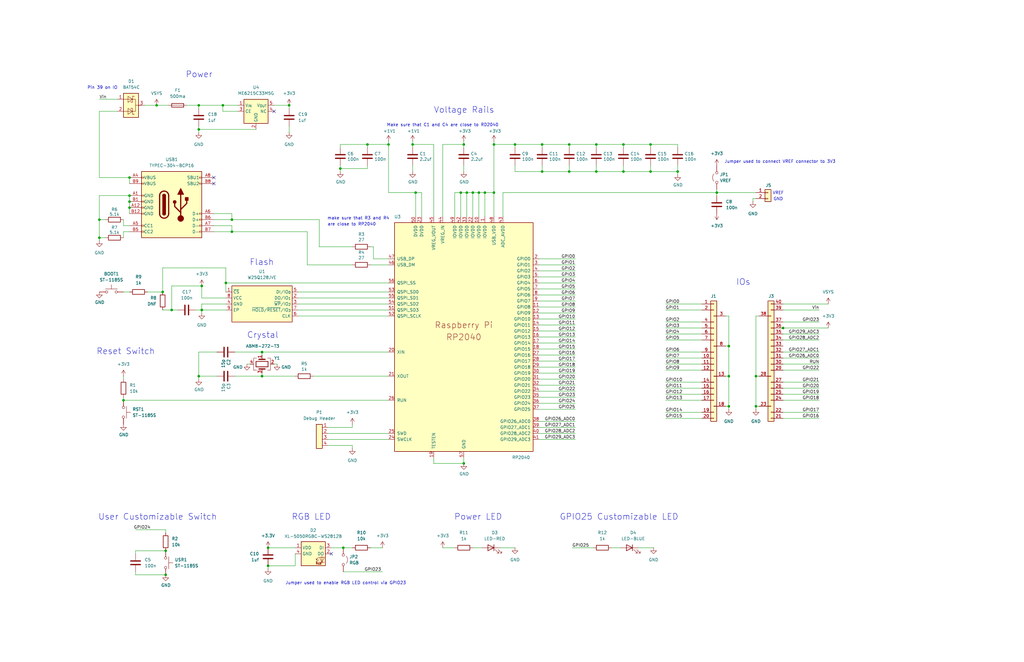
<source format=kicad_sch>
(kicad_sch (version 20250114) (generator "eeschema") (generator_version "9.0")
  (paper "B")
  (title_block (title "YD-RP2040 2022 v1.3 Remake") (date "2024-01-16") (rev "REV0"))
  (lib_symbols
    (symbol "+3V3_1" (power) (pin_numbers (hide yes)) (pin_names (offset 0) (hide yes))
      (property "Value" "+3V3" (at 0 3.556 0))
      (symbol "+3V3_1_1_1"
        (pin power_in line (at 0 0 90) (length 0) (name "~") (number "1"))
      )
    )
    (symbol "+3V3_2" (power) (pin_numbers (hide yes)) (pin_names (offset 0) (hide yes))
      (property "Value" "+3V3" (at 0 3.556 0))
      (symbol "+3V3_2_1_1"
        (pin power_in line (at 0 0 90) (length 0) (name "~") (number "1"))
      )
    )
    (symbol "+3V3_3" (power) (pin_numbers (hide yes)) (pin_names (offset 0) (hide yes))
      (property "Value" "+3V3" (at 0 3.556 0))
      (symbol "+3V3_3_1_1"
        (pin power_in line (at 0 0 90) (length 0) (name "~") (number "1"))
      )
    )
    (symbol "+3V3_4" (power) (pin_numbers (hide yes)) (pin_names (offset 0) (hide yes))
      (property "Value" "+3V3" (at 0 3.556 0))
      (symbol "+3V3_4_1_1"
        (pin power_in line (at 0 0 90) (length 0) (name "~") (number "1"))
      )
    )
    (symbol "+3V3_5" (power) (pin_numbers (hide yes)) (pin_names (offset 0) (hide yes))
      (property "Value" "+3V3" (at 0 3.556 0))
      (symbol "+3V3_5_1_1"
        (pin power_in line (at 0 0 90) (length 0) (name "~") (number "1"))
      )
    )
    (symbol "+3V3_6" (power) (pin_numbers (hide yes)) (pin_names (offset 0) (hide yes))
      (property "Value" "+3V3" (at 0 3.556 0))
      (symbol "+3V3_6_1_1"
        (pin power_in line (at 0 0 90) (length 0) (name "~") (number "1"))
      )
    )
    (symbol "+3V3_7" (power) (pin_numbers (hide yes)) (pin_names (offset 0) (hide yes))
      (property "Value" "+3V3" (at 0 3.556 0))
      (symbol "+3V3_7_1_1"
        (pin power_in line (at 0 0 90) (length 0) (name "~") (number "1"))
      )
    )
    (symbol "+3V3_8" (power) (pin_numbers (hide yes)) (pin_names (offset 0) (hide yes))
      (property "Value" "+3V3" (at 0 3.556 0))
      (symbol "+3V3_8_1_1"
        (pin power_in line (at 0 0 90) (length 0) (name "~") (number "1"))
      )
    )
    (symbol "+3V3_9" (power) (pin_numbers (hide yes)) (pin_names (offset 0) (hide yes))
      (property "Value" "+3V3" (at 0 3.556 0))
      (symbol "+3V3_9_1_1"
        (pin power_in line (at 0 0 90) (length 0) (name "~") (number "1"))
      )
    )
    (symbol "BAT54C_1" (pin_names (offset 1.016))
      (property "Reference" "P1" (at 1.27 7.62 0))
      (property "Value" "Debug Header" (at 1.27 5.08 0))
      (symbol "BAT54C_1_1_1"
        (pin passive line (at 5.08 1.27 180) (length 2.54) (name "~") (number "1"))
        (pin passive line (at 5.08 -1.27 180) (length 2.54) (name "~") (number "2"))
        (pin passive line (at 5.08 -3.81 180) (length 2.54) (name "~") (number "3"))
        (pin passive line (at 5.08 -6.35 180) (length 2.54) (name "~") (number "4"))
      )
    )
    (symbol "Conn_01x20_1" (pin_names (offset 1.016) (hide yes))
      (property "Reference" "J3" (at -1.27 28.194 0))
      (property "Value" "Conn_01x20" (at -5.842 26.162 0))
      (symbol "Conn_01x20_1_1_1"
        (pin passive line (at -5.08 22.86 0) (length 3.81) (name "Pin_20") (number "40"))
        (pin passive line (at -5.08 20.32 0) (length 3.81) (name "Pin_19") (number "39"))
        (pin passive line (at -5.08 15.24 0) (length 3.81) (name "Pin_17") (number "37"))
        (pin passive line (at -5.08 12.7 0) (length 3.81) (name "Pin_16") (number "36"))
        (pin passive line (at -5.08 10.16 0) (length 3.81) (name "Pin_15") (number "35"))
        (pin passive line (at -5.08 7.62 0) (length 3.81) (name "Pin_14") (number "34"))
        (pin passive line (at -5.08 5.08 0) (length 3.81) (name "Pin_13") (number "33"))
        (pin passive line (at -5.08 2.54 0) (length 3.81) (name "Pin_12") (number "32"))
        (pin passive line (at -5.08 0 0) (length 3.81) (name "Pin_11") (number "31"))
        (pin passive line (at -5.08 -2.54 0) (length 3.81) (name "Pin_10") (number "30"))
        (pin passive line (at -5.08 -5.08 0) (length 3.81) (name "Pin_9") (number "29"))
        (pin passive line (at -5.08 -10.16 0) (length 3.81) (name "Pin_7") (number "27"))
        (pin passive line (at -5.08 -12.7 0) (length 3.81) (name "Pin_6") (number "26"))
        (pin passive line (at -5.08 -15.24 0) (length 3.81) (name "Pin_5") (number "25"))
        (pin passive line (at -5.08 -17.78 0) (length 3.81) (name "Pin_4") (number "24"))
        (pin passive line (at -5.08 -22.86 0) (length 3.81) (name "Pin_2") (number "22"))
        (pin passive line (at -5.08 -25.4 0) (length 3.81) (name "Pin_1") (number "21"))
        (pin passive line (at 5.08 17.78 180) (length 3.81) (name "Pin_18") (number "38"))
        (pin passive line (at 5.08 -7.62 180) (length 3.81) (name "Pin_8") (number "28"))
        (pin passive line (at 5.08 -20.32 180) (length 3.81) (name "Pin_3") (number "23"))
      )
    )
    (symbol "Connector:USB_C_Receptacle" (pin_names (offset 1.016))
      (property "Reference" "USB1" (at 0 33.02 0))
      (property "Value" "TYPEC-304-BCP16" (at 0 30.48 0))
      (symbol "USB_C_Receptacle_1_1"
        (pin passive line (at -17.78 25.4 0) (length 5.08) (name "VBUS") (number "A4"))
        (pin passive line (at -17.78 25.4 0) (length 5.08) (hide yes) (name "VBUS") (number "A9"))
        (pin passive line (at -17.78 25.4 0) (length 5.08) (hide yes) (name "VBUS") (number "B4"))
        (pin passive line (at -17.78 25.4 0) (length 5.08) (hide yes) (name "VBUS") (number "B9"))
        (pin passive line (at -17.78 22.86 0) (length 5.08) (hide yes) (name "VBUS") (number "A9"))
        (pin passive line (at -17.78 22.86 0) (length 5.08) (hide yes) (name "VBUS") (number "B4"))
        (pin passive line (at -17.78 22.86 0) (length 5.08) (name "VBUS") (number "B9"))
        (pin passive line (at -17.78 22.86 0) (length 5.08) (hide yes) (name "VBUS") (number "B9"))
        (pin passive line (at -17.78 17.78 0) (length 5.08) (name "GND") (number "A1"))
        (pin passive line (at -17.78 17.78 0) (length 5.08) (hide yes) (name "VBUS") (number "A9"))
        (pin passive line (at -17.78 17.78 0) (length 5.08) (hide yes) (name "VBUS") (number "B4"))
        (pin passive line (at -17.78 17.78 0) (length 5.08) (hide yes) (name "VBUS") (number "B9"))
        (pin passive line (at -17.78 15.24 0) (length 5.08) (name "GND") (number "B1"))
        (pin passive line (at -17.78 15.24 0) (length 5.08) (hide yes) (name "VBUS") (number "B1"))
        (pin passive line (at -17.78 15.24 0) (length 5.08) (hide yes) (name "VBUS") (number "B4"))
        (pin passive line (at -17.78 15.24 0) (length 5.08) (hide yes) (name "VBUS") (number "B9"))
        (pin passive line (at -17.78 12.7 0) (length 5.08) (name "GND") (number "A12"))
        (pin passive line (at -17.78 12.7 0) (length 5.08) (hide yes) (name "VBUS") (number "A9"))
        (pin passive line (at -17.78 12.7 0) (length 5.08) (hide yes) (name "VBUS") (number "B4"))
        (pin passive line (at -17.78 12.7 0) (length 5.08) (hide yes) (name "VBUS") (number "B9"))
        (pin passive line (at -17.78 10.16 0) (length 5.08) (hide yes) (name "VBUS") (number "B1"))
        (pin passive line (at -17.78 10.16 0) (length 5.08) (name "GND") (number "B12"))
        (pin passive line (at -17.78 10.16 0) (length 5.08) (hide yes) (name "VBUS") (number "B4"))
        (pin passive line (at -17.78 10.16 0) (length 5.08) (hide yes) (name "VBUS") (number "B9"))
        (pin bidirectional line (at -17.78 5.08 0) (length 5.08) (name "CC1") (number "A5"))
        (pin bidirectional line (at -17.78 2.54 0) (length 5.08) (name "CC2") (number "B5"))
        (pin bidirectional line (at 17.78 25.4 180) (length 5.08) (name "SBU1") (number "A8"))
        (pin bidirectional line (at 17.78 22.86 180) (length 5.08) (name "SBU2") (number "B8"))
        (pin bidirectional line (at 17.78 10.16 180) (length 5.08) (name "D+") (number "A6"))
        (pin bidirectional line (at 17.78 7.62 180) (length 5.08) (name "D+") (number "B6"))
        (pin bidirectional line (at 17.78 5.08 180) (length 5.08) (name "D-") (number "A7"))
        (pin bidirectional line (at 17.78 2.54 180) (length 5.08) (name "D-") (number "B7"))
      )
    )
    (symbol "Connector_Generic:Conn_01x02" (pin_names (offset 1.016) (hide yes))
      (property "Reference" "J5" (at -1.016 3.048 0))
      (symbol "Conn_01x02_1_1"
        (pin passive line (at -5.08 0 0) (length 3.81) (name "Pin_1") (number "1"))
        (pin passive line (at -5.08 -2.54 0) (length 3.81) (name "Pin_2") (number "2"))
      )
    )
    (symbol "Connector_Generic:Conn_01x20" (pin_names (offset 1.016) (hide yes))
      (property "Reference" "J1" (at -1.27 28.194 0))
      (property "Value" "Conn_01x20" (at -5.842 26.162 0))
      (symbol "Conn_01x20_1_1"
        (pin passive line (at -5.08 22.86 0) (length 3.81) (name "Pin_1") (number "1"))
        (pin passive line (at -5.08 20.32 0) (length 3.81) (name "Pin_2") (number "2"))
        (pin passive line (at -5.08 15.24 0) (length 3.81) (name "Pin_4") (number "4"))
        (pin passive line (at -5.08 12.7 0) (length 3.81) (name "Pin_5") (number "5"))
        (pin passive line (at -5.08 10.16 0) (length 3.81) (name "Pin_6") (number "6"))
        (pin passive line (at -5.08 7.62 0) (length 3.81) (name "Pin_7") (number "7"))
        (pin passive line (at -5.08 2.54 0) (length 3.81) (name "Pin_9") (number "9"))
        (pin passive line (at -5.08 0 0) (length 3.81) (name "Pin_10") (number "10"))
        (pin passive line (at -5.08 -2.54 0) (length 3.81) (name "Pin_11") (number "11"))
        (pin passive line (at -5.08 -5.08 0) (length 3.81) (name "Pin_12") (number "12"))
        (pin passive line (at -5.08 -10.16 0) (length 3.81) (name "Pin_14") (number "14"))
        (pin passive line (at -5.08 -12.7 0) (length 3.81) (name "Pin_15") (number "15"))
        (pin passive line (at -5.08 -15.24 0) (length 3.81) (name "Pin_16") (number "16"))
        (pin passive line (at -5.08 -17.78 0) (length 3.81) (name "Pin_17") (number "17"))
        (pin passive line (at -5.08 -22.86 0) (length 3.81) (name "Pin_19") (number "19"))
        (pin passive line (at -5.08 -25.4 0) (length 3.81) (name "Pin_20") (number "20"))
        (pin passive line (at 5.08 17.78 180) (length 3.81) (name "Pin_3") (number "3"))
        (pin passive line (at 5.08 5.08 180) (length 3.81) (name "Pin_8") (number "8"))
        (pin passive line (at 5.08 -7.62 180) (length 3.81) (name "Pin_13") (number "13"))
        (pin passive line (at 5.08 -20.32 180) (length 3.81) (name "Pin_18") (number "18"))
      )
    )
    (symbol "Device:C" (pin_numbers (hide yes)) (pin_names (offset 0.254))
      (property "Reference" "C" (at 0.635 2.54 0))
      (property "Value" "C" (at 0.635 -2.54 0))
      (symbol "C_1_1"
        (pin passive line (at 0 3.81 270) (length 2.794) (name "~") (number "1"))
        (pin passive line (at 0 -3.81 90) (length 2.794) (name "~") (number "2"))
      )
    )
    (symbol "Device:Crystal_GND24" (pin_names (offset 1.016) (hide yes))
      (property "Reference" "Y" (at 3.175 5.08 0))
      (property "Value" "Crystal_GND24" (at 3.175 3.175 0))
      (symbol "Crystal_GND24_1_1"
        (pin passive line (at -3.81 0 0) (length 1.27) (name "1") (number "1"))
        (pin passive line (at 0 5.08 270) (length 1.27) (name "2") (number "2"))
        (pin passive line (at 0 -5.08 90) (length 1.27) (name "4") (number "4"))
        (pin passive line (at 3.81 0 180) (length 1.27) (name "3") (number "3"))
      )
    )
    (symbol "Device:Fuse" (pin_numbers (hide yes)) (pin_names (offset 0))
      (property "Reference" "F" (at 2.032 0 90))
      (property "Value" "Fuse" (at -1.905 0 90))
      (symbol "Fuse_1_1"
        (pin passive line (at 0 3.81 270) (length 1.27) (name "~") (number "1"))
        (pin passive line (at 0 -3.81 90) (length 1.27) (name "~") (number "2"))
      )
    )
    (symbol "Device:LED" (pin_numbers (hide yes)) (pin_names (offset 1.016) (hide yes))
      (property "Reference" "D" (at 0 2.54 0))
      (property "Value" "LED" (at 0 -2.54 0))
      (symbol "LED_1_1"
        (pin passive line (at -3.81 0 0) (length 2.54) (name "K") (number "1"))
        (pin passive line (at 3.81 0 180) (length 2.54) (name "A") (number "2"))
      )
    )
    (symbol "Device:R" (pin_numbers (hide yes)) (pin_names (offset 0))
      (property "Reference" "R" (at 2.032 0 90))
      (property "Value" "R" (at 0 0 90))
      (symbol "R_1_1"
        (pin passive line (at 0 3.81 270) (length 1.27) (name "~") (number "1"))
        (pin passive line (at 0 -3.81 90) (length 1.27) (name "~") (number "2"))
      )
    )
    (symbol "Diode:BAT54C" (pin_names (offset 1.016))
      (property "Reference" "D1" (at -0.508 7.62 0))
      (property "Value" "BAT54C" (at -0.508 5.08 0))
      (symbol "BAT54C_1_1"
        (pin passive line (at -6.35 0 0) (length 2.54) (name "~") (number "1"))
        (pin passive line (at -6.35 -5.08 0) (length 2.54) (name "~") (number "2"))
        (pin passive line (at 5.08 -2.54 180) (length 2.54) (name "~") (number "3"))
      )
    )
    (symbol "GND_1" (power) (pin_numbers (hide yes)) (pin_names (offset 0) (hide yes))
      (property "Value" "GND" (at 0 -3.81 0))
      (symbol "GND_1_1_1"
        (pin power_in line (at 0 0 270) (length 0) (name "~") (number "1"))
      )
    )
    (symbol "GND_2" (power) (pin_numbers (hide yes)) (pin_names (offset 0) (hide yes))
      (property "Value" "GND" (at 0 -3.81 0))
      (symbol "GND_2_1_1"
        (pin power_in line (at 0 0 270) (length 0) (name "~") (number "1"))
      )
    )
    (symbol "GND_3" (power) (pin_numbers (hide yes)) (pin_names (offset 0) (hide yes))
      (property "Value" "GND" (at 0 -3.81 0))
      (symbol "GND_3_1_1"
        (pin power_in line (at 0 0 270) (length 0) (name "~") (number "1"))
      )
    )
    (symbol "GND_4" (power) (pin_numbers (hide yes)) (pin_names (offset 0) (hide yes))
      (property "Value" "GND" (at 0 -3.81 0))
      (symbol "GND_4_1_1"
        (pin power_in line (at 0 0 270) (length 0) (name "~") (number "1"))
      )
    )
    (symbol "GND_5" (power) (pin_numbers (hide yes)) (pin_names (offset 0) (hide yes))
      (property "Value" "GND" (at 0 -3.81 0))
      (symbol "GND_5_1_1"
        (pin power_in line (at 0 0 270) (length 0) (name "~") (number "1"))
      )
    )
    (symbol "GND_6" (power) (pin_numbers (hide yes)) (pin_names (offset 0) (hide yes))
      (property "Value" "GND" (at 0 -3.81 0))
      (symbol "GND_6_1_1"
        (pin power_in line (at 0 0 270) (length 0) (name "~") (number "1"))
      )
    )
    (symbol "GND_7" (power) (pin_numbers (hide yes)) (pin_names (offset 0) (hide yes))
      (property "Value" "GND" (at 0 -3.81 0))
      (symbol "GND_7_1_1"
        (pin power_in line (at 0 0 270) (length 0) (name "~") (number "1"))
      )
    )
    (symbol "GND_8" (power) (pin_numbers (hide yes)) (pin_names (offset 0) (hide yes))
      (property "Value" "GND" (at 0 -3.81 0))
      (symbol "GND_8_1_1"
        (pin power_in line (at 0 0 270) (length 0) (name "~") (number "1"))
      )
    )
    (symbol "GND_9" (power) (pin_numbers (hide yes)) (pin_names (offset 0) (hide yes))
      (property "Value" "GND" (at 0 -3.81 0))
      (symbol "GND_9_1_1"
        (pin power_in line (at 0 0 270) (length 0) (name "~") (number "1"))
      )
    )
    (symbol "Jumper:Jumper_2_Open" (pin_numbers (hide yes)) (pin_names (offset 0) (hide yes))
      (property "Reference" "JP" (at 0 2.794 0))
      (property "Value" "Jumper_2_Open" (at 0 -2.286 0))
      (symbol "Jumper_2_Open_1_1"
        (pin passive line (at -5.08 0 0) (length 2.54) (name "A") (number "1"))
        (pin passive line (at 5.08 0 180) (length 2.54) (name "B") (number "2"))
      )
    )
    (symbol "LED:APA-106-F5"
      (property "Reference" "D2" (at 0 9.144 0))
      (property "Value" "XL-5050RGBC-WS2812B" (at 0 6.604 0))
      (symbol "APA-106-F5_0_0"
        (text "RGB" (at 2.286 -4.191 0) (effects (font (size 0.762 0.762))))
      )
      (symbol "APA-106-F5_1_1"
        (pin power_in line (at -7.62 2.54 0) (length 2.54) (name "VDD") (number "1"))
        (pin power_in line (at -7.62 0 0) (length 2.54) (name "GND") (number "4"))
        (pin input line (at 7.62 2.54 180) (length 2.54) (name "DI") (number "3"))
        (pin output line (at 7.62 0 180) (length 2.54) (name "DO") (number "2"))
      )
    )
    (symbol "MCU_RaspberryPi_RP2040:RP2040" (pin_names (offset 1.016))
      (property "Reference" "U3" (at -27.94 49.53 0))
      (property "Value" "RP2040" (at 24.13 -50.8 0))
      (symbol "RP2040_0_0"
        (text "Raspberry Pi" (at 0 5.08 0) (effects (font (size 2.54 2.54))))
        (text "RP2040" (at 0 0 0) (effects (font (size 2.54 2.54))))
      )
      (symbol "RP2040_1_1"
        (pin bidirectional line (at -31.75 33.02 0) (length 2.54) (name "USB_DP") (number "47"))
        (pin bidirectional line (at -31.75 30.48 0) (length 2.54) (name "USB_DM") (number "46"))
        (pin bidirectional line (at -31.75 22.86 0) (length 2.54) (name "QSPI_SS") (number "56"))
        (pin bidirectional line (at -31.75 19.05 0) (length 2.54) (name "QSPI_SD0") (number "53"))
        (pin bidirectional line (at -31.75 16.51 0) (length 2.54) (name "QSPI_SD1") (number "55"))
        (pin bidirectional line (at -31.75 13.97 0) (length 2.54) (name "QSPI_SD2") (number "54"))
        (pin bidirectional line (at -31.75 11.43 0) (length 2.54) (name "QSPI_SD3") (number "51"))
        (pin output line (at -31.75 8.89 0) (length 2.54) (name "QSPI_SCLK") (number "52"))
        (pin input line (at -31.75 -6.35 0) (length 2.54) (name "XIN") (number "20"))
        (pin passive line (at -31.75 -16.51 0) (length 2.54) (name "XOUT") (number "21"))
        (pin input line (at -31.75 -26.67 0) (length 2.54) (name "RUN") (number "26"))
        (pin bidirectional line (at -31.75 -40.64 0) (length 2.54) (name "SWD") (number "25"))
        (pin output line (at -31.75 -43.18 0) (length 2.54) (name "SWCLK") (number "24"))
        (pin power_in line (at -20.32 50.8 270) (length 2.54) (name "DVDD") (number "50"))
        (pin power_in line (at -17.78 50.8 270) (length 2.54) (name "DVDD") (number "23"))
        (pin power_out line (at -12.7 50.8 270) (length 2.54) (name "VREG_VOUT") (number "45"))
        (pin passive line (at -12.7 -50.8 90) (length 2.54) (name "TESTEN") (number "19"))
        (pin power_in line (at -8.89 50.8 270) (length 2.54) (name "VREG_IN") (number "44"))
        (pin power_in line (at -3.81 50.8 270) (length 2.54) (name "IOVDD") (number "49"))
        (pin power_in line (at -1.27 50.8 270) (length 2.54) (name "IOVDD") (number "42"))
        (pin power_in line (at 0 -50.8 90) (length 2.54) (name "GND") (number "57"))
        (pin power_in line (at 1.27 50.8 270) (length 2.54) (name "IOVDD") (number "33"))
        (pin power_in line (at 3.81 50.8 270) (length 2.54) (name "IOVDD") (number "22"))
        (pin power_in line (at 6.35 50.8 270) (length 2.54) (name "IOVDD") (number "10"))
        (pin power_in line (at 8.89 50.8 270) (length 2.54) (name "IOVDD") (number "1"))
        (pin power_in line (at 12.7 50.8 270) (length 2.54) (name "USB_VDD") (number "48"))
        (pin power_in line (at 16.51 50.8 270) (length 2.54) (name "ADC_AVDD") (number "43"))
        (pin bidirectional line (at 31.75 33.02 180) (length 2.54) (name "GPIO0") (number "2"))
        (pin bidirectional line (at 31.75 30.48 180) (length 2.54) (name "GPIO1") (number "3"))
        (pin bidirectional line (at 31.75 27.94 180) (length 2.54) (name "GPIO2") (number "4"))
        (pin bidirectional line (at 31.75 25.4 180) (length 2.54) (name "GPIO3") (number "5"))
        (pin bidirectional line (at 31.75 22.86 180) (length 2.54) (name "GPIO4") (number "6"))
        (pin bidirectional line (at 31.75 20.32 180) (length 2.54) (name "GPIO5") (number "7"))
        (pin bidirectional line (at 31.75 17.78 180) (length 2.54) (name "GPIO6") (number "8"))
        (pin bidirectional line (at 31.75 15.24 180) (length 2.54) (name "GPIO7") (number "9"))
        (pin bidirectional line (at 31.75 12.7 180) (length 2.54) (name "GPIO8") (number "11"))
        (pin bidirectional line (at 31.75 10.16 180) (length 2.54) (name "GPIO9") (number "12"))
        (pin bidirectional line (at 31.75 7.62 180) (length 2.54) (name "GPIO10") (number "13"))
        (pin bidirectional line (at 31.75 5.08 180) (length 2.54) (name "GPIO11") (number "14"))
        (pin bidirectional line (at 31.75 2.54 180) (length 2.54) (name "GPIO12") (number "15"))
        (pin bidirectional line (at 31.75 0 180) (length 2.54) (name "GPIO13") (number "16"))
        (pin bidirectional line (at 31.75 -2.54 180) (length 2.54) (name "GPIO14") (number "17"))
        (pin bidirectional line (at 31.75 -5.08 180) (length 2.54) (name "GPIO15") (number "18"))
        (pin bidirectional line (at 31.75 -7.62 180) (length 2.54) (name "GPIO16") (number "27"))
        (pin bidirectional line (at 31.75 -10.16 180) (length 2.54) (name "GPIO17") (number "28"))
        (pin bidirectional line (at 31.75 -12.7 180) (length 2.54) (name "GPIO18") (number "29"))
        (pin bidirectional line (at 31.75 -15.24 180) (length 2.54) (name "GPIO19") (number "30"))
        (pin bidirectional line (at 31.75 -17.78 180) (length 2.54) (name "GPIO20") (number "31"))
        (pin bidirectional line (at 31.75 -20.32 180) (length 2.54) (name "GPIO21") (number "32"))
        (pin bidirectional line (at 31.75 -22.86 180) (length 2.54) (name "GPIO22") (number "34"))
        (pin bidirectional line (at 31.75 -25.4 180) (length 2.54) (name "GPIO23") (number "35"))
        (pin bidirectional line (at 31.75 -27.94 180) (length 2.54) (name "GPIO24") (number "36"))
        (pin bidirectional line (at 31.75 -30.48 180) (length 2.54) (name "GPIO25") (number "37"))
        (pin bidirectional line (at 31.75 -35.56 180) (length 2.54) (name "GPIO26_ADC0") (number "38"))
        (pin bidirectional line (at 31.75 -38.1 180) (length 2.54) (name "GPIO27_ADC1") (number "39"))
        (pin bidirectional line (at 31.75 -40.64 180) (length 2.54) (name "GPIO28_ADC2") (number "40"))
        (pin bidirectional line (at 31.75 -43.18 180) (length 2.54) (name "GPIO29_ADC3") (number "41"))
      )
    )
    (symbol "Memory_Flash:W25Q32JVZP"
      (property "Reference" "U1" (at 0 15.24 0))
      (property "Value" "W25Q128JVE" (at 0 12.7 0))
      (symbol "W25Q32JVZP_1_1"
        (pin bidirectional line (at -15.24 7.62 0) (length 2.54) (name "DI/IO_{0}") (number "5"))
        (pin bidirectional line (at -15.24 5.08 0) (length 2.54) (name "DO/IO_{1}") (number "2"))
        (pin bidirectional line (at -15.24 2.54 0) (length 2.54) (name "~{WP}/IO_{2}") (number "3"))
        (pin bidirectional line (at -15.24 0 0) (length 2.54) (name "~{HOLD}/~{RESET}/IO_{3}") (number "7"))
        (pin input line (at -15.24 -2.54 0) (length 2.54) (name "CLK") (number "6"))
        (pin input line (at 15.24 7.62 180) (length 2.54) (name "~{CS}") (number "1"))
        (pin power_in line (at 15.24 5.08 180) (length 2.54) (name "VCC") (number "8"))
        (pin power_in line (at 15.24 2.54 180) (length 2.54) (name "GND") (number "4"))
        (pin passive line (at 15.24 0 180) (length 2.54) (name "EP") (number "9"))
      )
    )
    (symbol "Regulator_Linear:ME6211C33M5"
      (property "Reference" "U4" (at 0 10.16 0))
      (property "Value" "ME6215C33M5G" (at 0 7.62 0))
      (symbol "ME6211C33M5_1_1"
        (pin power_in line (at -7.62 2.54 0) (length 2.54) (name "V_{IN}") (number "1"))
        (pin power_in line (at -7.62 0 0) (length 2.54) (name "CE") (number "3"))
        (pin passive line (at 0 -7.62 90) (length 2.54) (name "GND") (number "2"))
        (pin no_connect line (at 5.08 0 180) (length 2.54) (hide yes) (name "NC") (number "4"))
        (pin power_out line (at 7.62 2.54 180) (length 2.54) (name "V_{OUT}") (number "5"))
        (pin unspecified line (at 7.62 0 180) (length 2.54) (name "NC") (number "4"))
      )
    )
    (symbol "Switch:SW_Push" (pin_numbers (hide yes)) (pin_names (offset 1.016) (hide yes))
      (property "Reference" "SW" (at 1.27 2.54 0))
      (property "Value" "SW_Push" (at 0 -1.524 0))
      (symbol "SW_Push_0_1"
        (pin passive line (at -5.08 0 0) (length 2.54) (name "1") (number "1"))
        (pin passive line (at 5.08 0 180) (length 2.54) (name "2") (number "2"))
      )
    )
    (symbol "VBUS_1" (power) (pin_numbers (hide yes)) (pin_names (offset 0) (hide yes))
      (property "Value" "VBUS" (at 0 3.556 0))
      (symbol "VBUS_1_1_1"
        (pin power_in line (at 0 0 90) (length 0) (name "~") (number "1"))
      )
    )
    (symbol "power:+1V1" (power) (pin_names (offset 0))
      (property "Value" "+1V1" (at 0 3.556 0))
      (symbol "+1V1_1_1"
        (pin power_in line (at 0 0 90) (length 0) (hide yes) (name "+1V1") (number "1"))
      )
    )
    (symbol "power:+3.3V" (power) (pin_numbers (hide yes)) (pin_names (offset 0) (hide yes))
      (property "Value" "+3.3V" (at 0 3.556 0))
      (symbol "+3.3V_1_1"
        (pin power_in line (at 0 0 90) (length 0) (name "~") (number "1"))
      )
    )
    (symbol "power:+3V3" (power) (pin_names (offset 0))
      (property "Value" "+3V3" (at 0 3.556 0))
      (symbol "+3V3_1_1"
        (pin power_in line (at 0 0 90) (length 0) (hide yes) (name "+3V3") (number "1"))
      )
    )
    (symbol "power:GND" (power) (pin_names (offset 0))
      (property "Value" "GND" (at 0 -3.81 0))
      (symbol "GND_1_1"
        (pin power_in line (at 0 0 270) (length 0) (hide yes) (name "GND") (number "1"))
      )
    )
  )
  (text "User Customizable Switch" (at 41.402 219.71 0) (effects (font (size 2.54 2.54)) (justify left bottom)))
  (text "IOs" (at 310.388 120.65 0) (effects (font (size 2.54 2.54)) (justify left bottom)))
  (text "Power" (at 78.232 33.02 0) (effects (font (size 2.54 2.54)) (justify left bottom)))
  (text "Crystal" (at 104.14 143.002 0) (effects (font (size 2.54 2.54)) (justify left bottom)))
  (text "Jumper used to enable RGB LED control via GPIO23" (at 145.796 246.126 0) (effects (font (size 1.27 1.27))))
  (text "RGB LED" (at 122.936 219.71 0) (effects (font (size 2.54 2.54)) (justify left bottom)))
  (text "GND" (at 328.168 84.074 0) (effects (font (size 1.27 1.27))))
  (text "Pin 39 on IO" (at 43.18 37.084 0) (effects (font (size 1.27 1.27))))
  (text "VREF" (at 328.168 81.534 0) (effects (font (size 1.27 1.27))))
  (text "Jumper used to connect VREF connector to 3V3" (at 328.93 68.326 0) (effects (font (size 1.27 1.27))))
  (text "are close to RP2040\n" (at 148.336 94.742 0) (effects (font (size 1.27 1.27))))
  (text "Voltage Rails" (at 182.88 48.006 0) (effects (font (size 2.54 2.54)) (justify left bottom)))
  (text "make sure that R3 and R4" (at 151.13 92.202 0) (effects (font (size 1.27 1.27))))
  (text "GPIO25 Customizable LED" (at 235.966 219.71 0) (effects (font (size 2.54 2.54)) (justify left bottom)))
  (text "Power LED" (at 191.516 219.71 0) (effects (font (size 2.54 2.54)) (justify left bottom)))
  (text "Reset Switch" (at 40.64 149.86 0) (effects (font (size 2.54 2.54)) (justify left bottom)))
  (text "Make sure that C1 and C4 are close to RD2040" (at 186.69 52.832 0) (effects (font (size 1.27 1.27))))
  (text "Flash" (at 115.57 112.268 0) (effects (font (size 2.54 2.54)) (justify right bottom)))
  (junction (at 66.04 44.45))
  (junction (at 72.39 130.81))
  (junction (at 85.09 120.65))
  (junction (at 318.77 171.45))
  (junction (at 154.94 60.96))
  (junction (at 307.34 171.45))
  (junction (at 83.82 158.75))
  (junction (at 217.17 60.96))
  (junction (at 240.03 72.39))
  (junction (at 208.28 81.28))
  (junction (at 251.46 60.96))
  (junction (at 69.85 232.41))
  (junction (at 173.99 60.96))
  (junction (at 110.49 148.59))
  (junction (at 95.25 119.38))
  (junction (at 240.03 60.96))
  (junction (at 201.93 81.28))
  (junction (at 143.51 71.12))
  (junction (at 113.03 238.76))
  (junction (at 175.26 81.28))
  (junction (at 274.32 60.96))
  (junction (at 121.92 44.45))
  (junction (at 68.58 123.19))
  (junction (at 113.03 231.14))
  (junction (at 285.75 72.39))
  (junction (at 110.49 158.75))
  (junction (at 307.34 146.05))
  (junction (at 69.85 242.57))
  (junction (at 251.46 72.39))
  (junction (at 85.09 130.81))
  (junction (at 195.58 60.96))
  (junction (at 54.61 74.93))
  (junction (at 41.91 100.33))
  (junction (at 307.34 158.75))
  (junction (at 144.78 231.14))
  (junction (at 41.91 92.71))
  (junction (at 204.47 81.28))
  (junction (at 196.85 81.28))
  (junction (at 97.79 97.79))
  (junction (at 163.83 60.96))
  (junction (at 54.61 85.09))
  (junction (at 228.6 72.39))
  (junction (at 262.89 72.39))
  (junction (at 54.61 87.63))
  (junction (at 199.39 81.28))
  (junction (at 93.98 44.45))
  (junction (at 194.31 81.28))
  (junction (at 52.07 168.91))
  (junction (at 83.82 44.45))
  (junction (at 195.58 195.58))
  (junction (at 208.28 60.96))
  (junction (at 97.79 92.71))
  (junction (at 302.26 81.28))
  (junction (at 54.61 82.55))
  (junction (at 330.2 138.43))
  (junction (at 83.82 54.61))
  (junction (at 262.89 60.96))
  (junction (at 274.32 72.39))
  (junction (at 318.77 158.75))
  (junction (at 228.6 60.96))
  (no_connect (at 139.7 233.68))
  (no_connect (at 115.57 46.99))
  (no_connect (at 90.17 77.47))
  (no_connect (at 90.17 74.93))
  (wire (pts (xy 330.2 140.97) (xy 345.44 140.97)))
  (wire (pts (xy 227.33 134.62) (xy 242.57 134.62)))
  (wire (pts (xy 295.91 151.13) (xy 280.67 151.13)))
  (wire (pts (xy 210.82 231.14) (xy 217.17 231.14)))
  (wire (pts (xy 143.51 71.12) (xy 154.94 71.12)))
  (wire (pts (xy 157.48 104.14) (xy 157.48 109.22)))
  (wire (pts (xy 330.2 166.37) (xy 345.44 166.37)))
  (wire (pts (xy 97.79 97.79) (xy 129.54 97.79)))
  (wire (pts (xy 52.07 97.79) (xy 54.61 97.79)))
  (wire (pts (xy 82.55 130.81) (xy 85.09 130.81)))
  (wire (pts (xy 295.91 140.97) (xy 280.67 140.97)))
  (wire (pts (xy 240.03 60.96) (xy 251.46 60.96)))
  (wire (pts (xy 307.34 133.35) (xy 307.34 146.05)))
  (wire (pts (xy 121.92 44.45) (xy 121.92 45.72)))
  (wire (pts (xy 204.47 81.28) (xy 208.28 81.28)))
  (wire (pts (xy 41.91 92.71) (xy 44.45 92.71)))
  (wire (pts (xy 195.58 59.69) (xy 195.58 60.96)))
  (wire (pts (xy 318.77 83.82) (xy 317.5 83.82)))
  (wire (pts (xy 240.03 62.23) (xy 240.03 60.96)))
  (wire (pts (xy 52.07 95.25) (xy 54.61 95.25)))
  (wire (pts (xy 129.54 97.79) (xy 129.54 111.76)))
  (wire (pts (xy 163.83 59.69) (xy 163.83 60.96)))
  (wire (pts (xy 144.78 231.14) (xy 148.59 231.14)))
  (wire (pts (xy 227.33 147.32) (xy 242.57 147.32)))
  (wire (pts (xy 295.91 163.83) (xy 280.67 163.83)))
  (wire (pts (xy 295.91 135.89) (xy 280.67 135.89)))
  (wire (pts (xy 113.03 240.03) (xy 113.03 238.76)))
  (wire (pts (xy 227.33 172.72) (xy 242.57 172.72)))
  (wire (pts (xy 307.34 146.05) (xy 307.34 158.75)))
  (wire (pts (xy 191.77 81.28) (xy 194.31 81.28)))
  (wire (pts (xy 227.33 167.64) (xy 242.57 167.64)))
  (wire (pts (xy 57.15 242.57) (xy 57.15 241.3)))
  (wire (pts (xy 163.83 111.76) (xy 156.21 111.76)))
  (wire (pts (xy 195.58 60.96) (xy 186.69 60.96)))
  (wire (pts (xy 191.77 81.28) (xy 191.77 91.44)))
  (wire (pts (xy 227.33 109.22) (xy 242.57 109.22)))
  (wire (pts (xy 295.91 143.51) (xy 280.67 143.51)))
  (wire (pts (xy 302.26 80.01) (xy 302.26 81.28)))
  (wire (pts (xy 85.09 120.65) (xy 85.09 125.73)))
  (wire (pts (xy 241.3 231.14) (xy 250.19 231.14)))
  (wire (pts (xy 318.77 172.72) (xy 318.77 171.45)))
  (wire (pts (xy 182.88 60.96) (xy 182.88 91.44)))
  (wire (pts (xy 134.62 92.71) (xy 134.62 104.14)))
  (wire (pts (xy 240.03 69.85) (xy 240.03 72.39)))
  (wire (pts (xy 186.69 231.14) (xy 191.77 231.14)))
  (wire (pts (xy 227.33 114.3) (xy 242.57 114.3)))
  (wire (pts (xy 175.26 81.28) (xy 175.26 91.44)))
  (wire (pts (xy 320.04 158.75) (xy 318.77 158.75)))
  (wire (pts (xy 173.99 60.96) (xy 182.88 60.96)))
  (wire (pts (xy 85.09 132.08) (xy 85.09 130.81)))
  (wire (pts (xy 124.46 233.68) (xy 124.46 238.76)))
  (wire (pts (xy 104.14 153.67) (xy 105.41 153.67)))
  (wire (pts (xy 41.91 92.71) (xy 41.91 100.33)))
  (wire (pts (xy 143.51 60.96) (xy 154.94 60.96)))
  (wire (pts (xy 227.33 182.88) (xy 242.57 182.88)))
  (wire (pts (xy 295.91 166.37) (xy 280.67 166.37)))
  (wire (pts (xy 143.51 69.85) (xy 143.51 71.12)))
  (wire (pts (xy 306.07 171.45) (xy 307.34 171.45)))
  (wire (pts (xy 93.98 44.45) (xy 100.33 44.45)))
  (wire (pts (xy 115.57 153.67) (xy 116.84 153.67)))
  (wire (pts (xy 72.39 130.81) (xy 68.58 130.81)))
  (wire (pts (xy 295.91 168.91) (xy 280.67 168.91)))
  (wire (pts (xy 125.73 130.81) (xy 163.83 130.81)))
  (wire (pts (xy 295.91 161.29) (xy 280.67 161.29)))
  (wire (pts (xy 99.06 148.59) (xy 110.49 148.59)))
  (wire (pts (xy 173.99 62.23) (xy 173.99 60.96)))
  (wire (pts (xy 330.2 151.13) (xy 345.44 151.13)))
  (wire (pts (xy 295.91 138.43) (xy 280.67 138.43)))
  (wire (pts (xy 154.94 60.96) (xy 163.83 60.96)))
  (wire (pts (xy 163.83 60.96) (xy 163.83 81.28)))
  (wire (pts (xy 295.91 156.21) (xy 280.67 156.21)))
  (wire (pts (xy 125.73 125.73) (xy 163.83 125.73)))
  (wire (pts (xy 196.85 81.28) (xy 196.85 91.44)))
  (wire (pts (xy 148.59 187.96) (xy 148.59 189.23)))
  (wire (pts (xy 262.89 62.23) (xy 262.89 60.96)))
  (wire (pts (xy 194.31 81.28) (xy 196.85 81.28)))
  (wire (pts (xy 41.91 82.55) (xy 41.91 92.71)))
  (wire (pts (xy 177.8 81.28) (xy 177.8 91.44)))
  (wire (pts (xy 217.17 62.23) (xy 217.17 60.96)))
  (wire (pts (xy 95.25 113.03) (xy 68.58 113.03)))
  (wire (pts (xy 208.28 60.96) (xy 217.17 60.96)))
  (wire (pts (xy 257.81 231.14) (xy 261.62 231.14)))
  (wire (pts (xy 295.91 153.67) (xy 280.67 153.67)))
  (wire (pts (xy 90.17 95.25) (xy 97.79 95.25)))
  (wire (pts (xy 110.49 157.48) (xy 110.49 158.75)))
  (wire (pts (xy 83.82 158.75) (xy 83.82 160.02)))
  (wire (pts (xy 163.83 109.22) (xy 157.48 109.22)))
  (wire (pts (xy 68.58 113.03) (xy 68.58 123.19)))
  (wire (pts (xy 330.2 153.67) (xy 345.44 153.67)))
  (wire (pts (xy 115.57 44.45) (xy 121.92 44.45)))
  (wire (pts (xy 69.85 242.57) (xy 57.15 242.57)))
  (wire (pts (xy 85.09 120.65) (xy 72.39 120.65)))
  (wire (pts (xy 41.91 101.6) (xy 41.91 100.33)))
  (wire (pts (xy 138.43 187.96) (xy 148.59 187.96)))
  (wire (pts (xy 97.79 90.17) (xy 97.79 92.71)))
  (wire (pts (xy 330.2 168.91) (xy 345.44 168.91)))
  (wire (pts (xy 320.04 171.45) (xy 318.77 171.45)))
  (wire (pts (xy 262.89 60.96) (xy 274.32 60.96)))
  (wire (pts (xy 95.25 130.81) (xy 85.09 130.81)))
  (wire (pts (xy 83.82 55.88) (xy 83.82 54.61)))
  (wire (pts (xy 285.75 69.85) (xy 285.75 72.39)))
  (wire (pts (xy 85.09 125.73) (xy 95.25 125.73)))
  (wire (pts (xy 132.08 158.75) (xy 163.83 158.75)))
  (wire (pts (xy 330.2 143.51) (xy 345.44 143.51)))
  (wire (pts (xy 330.2 138.43) (xy 349.25 138.43)))
  (wire (pts (xy 227.33 144.78) (xy 242.57 144.78)))
  (wire (pts (xy 227.33 124.46) (xy 242.57 124.46)))
  (wire (pts (xy 69.85 223.52) (xy 57.15 223.52)))
  (wire (pts (xy 154.94 71.12) (xy 154.94 69.85)))
  (wire (pts (xy 228.6 62.23) (xy 228.6 60.96)))
  (wire (pts (xy 228.6 72.39) (xy 217.17 72.39)))
  (wire (pts (xy 227.33 177.8) (xy 242.57 177.8)))
  (wire (pts (xy 208.28 60.96) (xy 208.28 81.28)))
  (wire (pts (xy 144.78 241.3) (xy 161.29 241.3)))
  (wire (pts (xy 199.39 231.14) (xy 203.2 231.14)))
  (wire (pts (xy 195.58 60.96) (xy 195.58 62.23)))
  (wire (pts (xy 208.28 59.69) (xy 208.28 60.96)))
  (wire (pts (xy 328.93 138.43) (xy 330.2 138.43)))
  (wire (pts (xy 318.77 133.35) (xy 318.77 158.75)))
  (wire (pts (xy 227.33 127) (xy 242.57 127)))
  (wire (pts (xy 330.2 148.59) (xy 345.44 148.59)))
  (wire (pts (xy 125.73 128.27) (xy 163.83 128.27)))
  (wire (pts (xy 173.99 69.85) (xy 173.99 72.39)))
  (wire (pts (xy 228.6 60.96) (xy 240.03 60.96)))
  (wire (pts (xy 69.85 232.41) (xy 69.85 233.68)))
  (wire (pts (xy 306.07 158.75) (xy 307.34 158.75)))
  (wire (pts (xy 295.91 130.81) (xy 280.67 130.81)))
  (wire (pts (xy 330.2 156.21) (xy 345.44 156.21)))
  (wire (pts (xy 295.91 128.27) (xy 280.67 128.27)))
  (wire (pts (xy 302.26 81.28) (xy 302.26 82.55)))
  (wire (pts (xy 83.82 54.61) (xy 107.95 54.61)))
  (wire (pts (xy 227.33 185.42) (xy 242.57 185.42)))
  (wire (pts (xy 41.91 41.91) (xy 49.53 41.91)))
  (wire (pts (xy 307.34 158.75) (xy 307.34 171.45)))
  (wire (pts (xy 52.07 167.64) (xy 52.07 168.91)))
  (wire (pts (xy 54.61 123.19) (xy 52.07 123.19)))
  (wire (pts (xy 228.6 69.85) (xy 228.6 72.39)))
  (wire (pts (xy 199.39 81.28) (xy 199.39 91.44)))
  (wire (pts (xy 66.04 44.45) (xy 71.12 44.45)))
  (wire (pts (xy 113.03 231.14) (xy 124.46 231.14)))
  (wire (pts (xy 274.32 72.39) (xy 285.75 72.39)))
  (wire (pts (xy 262.89 69.85) (xy 262.89 72.39)))
  (wire (pts (xy 156.21 231.14) (xy 161.29 231.14)))
  (wire (pts (xy 186.69 60.96) (xy 186.69 91.44)))
  (wire (pts (xy 69.85 232.41) (xy 57.15 232.41)))
  (wire (pts (xy 217.17 60.96) (xy 228.6 60.96)))
  (wire (pts (xy 227.33 129.54) (xy 242.57 129.54)))
  (wire (pts (xy 41.91 46.99) (xy 49.53 46.99)))
  (wire (pts (xy 99.06 158.75) (xy 110.49 158.75)))
  (wire (pts (xy 83.82 44.45) (xy 83.82 45.72)))
  (wire (pts (xy 195.58 69.85) (xy 195.58 72.39)))
  (wire (pts (xy 83.82 158.75) (xy 91.44 158.75)))
  (wire (pts (xy 110.49 158.75) (xy 124.46 158.75)))
  (wire (pts (xy 69.85 223.52) (xy 69.85 224.79)))
  (wire (pts (xy 138.43 180.34) (xy 148.59 180.34)))
  (wire (pts (xy 227.33 116.84) (xy 242.57 116.84)))
  (wire (pts (xy 204.47 81.28) (xy 204.47 91.44)))
  (wire (pts (xy 285.75 62.23) (xy 285.75 60.96)))
  (wire (pts (xy 138.43 185.42) (xy 163.83 185.42)))
  (wire (pts (xy 196.85 81.28) (xy 199.39 81.28)))
  (wire (pts (xy 285.75 72.39) (xy 285.75 73.66)))
  (wire (pts (xy 68.58 123.19) (xy 62.23 123.19)))
  (wire (pts (xy 54.61 82.55) (xy 41.91 82.55)))
  (wire (pts (xy 227.33 154.94) (xy 242.57 154.94)))
  (wire (pts (xy 295.91 148.59) (xy 280.67 148.59)))
  (wire (pts (xy 54.61 85.09) (xy 54.61 87.63)))
  (wire (pts (xy 60.96 44.45) (xy 66.04 44.45)))
  (wire (pts (xy 195.58 193.04) (xy 195.58 195.58)))
  (wire (pts (xy 208.28 81.28) (xy 208.28 91.44)))
  (wire (pts (xy 227.33 152.4) (xy 242.57 152.4)))
  (wire (pts (xy 240.03 72.39) (xy 228.6 72.39)))
  (wire (pts (xy 295.91 173.99) (xy 280.67 173.99)))
  (wire (pts (xy 217.17 69.85) (xy 217.17 72.39)))
  (wire (pts (xy 306.07 146.05) (xy 307.34 146.05)))
  (wire (pts (xy 182.88 193.04) (xy 182.88 195.58)))
  (wire (pts (xy 227.33 157.48) (xy 242.57 157.48)))
  (wire (pts (xy 52.07 97.79) (xy 52.07 100.33)))
  (wire (pts (xy 212.09 81.28) (xy 212.09 91.44)))
  (wire (pts (xy 83.82 148.59) (xy 91.44 148.59)))
  (wire (pts (xy 227.33 137.16) (xy 242.57 137.16)))
  (wire (pts (xy 163.83 81.28) (xy 175.26 81.28)))
  (wire (pts (xy 227.33 162.56) (xy 242.57 162.56)))
  (wire (pts (xy 306.07 133.35) (xy 307.34 133.35)))
  (wire (pts (xy 41.91 46.99) (xy 41.91 74.93)))
  (wire (pts (xy 52.07 158.75) (xy 52.07 160.02)))
  (wire (pts (xy 78.74 44.45) (xy 83.82 44.45)))
  (wire (pts (xy 177.8 81.28) (xy 175.26 81.28)))
  (wire (pts (xy 52.07 92.71) (xy 52.07 95.25)))
  (wire (pts (xy 148.59 111.76) (xy 129.54 111.76)))
  (wire (pts (xy 41.91 74.93) (xy 54.61 74.93)))
  (wire (pts (xy 100.33 46.99) (xy 93.98 46.99)))
  (wire (pts (xy 227.33 142.24) (xy 242.57 142.24)))
  (wire (pts (xy 274.32 72.39) (xy 262.89 72.39)))
  (wire (pts (xy 83.82 148.59) (xy 83.82 158.75)))
  (wire (pts (xy 57.15 232.41) (xy 57.15 233.68)))
  (wire (pts (xy 110.49 149.86) (xy 110.49 148.59)))
  (wire (pts (xy 125.73 123.19) (xy 163.83 123.19)))
  (wire (pts (xy 134.62 104.14) (xy 148.59 104.14)))
  (wire (pts (xy 54.61 82.55) (xy 54.61 85.09)))
  (wire (pts (xy 90.17 92.71) (xy 97.79 92.71)))
  (wire (pts (xy 199.39 81.28) (xy 201.93 81.28)))
  (wire (pts (xy 227.33 132.08) (xy 242.57 132.08)))
  (wire (pts (xy 227.33 149.86) (xy 242.57 149.86)))
  (wire (pts (xy 95.25 119.38) (xy 163.83 119.38)))
  (wire (pts (xy 148.59 179.07) (xy 148.59 180.34)))
  (wire (pts (xy 143.51 62.23) (xy 143.51 60.96)))
  (wire (pts (xy 90.17 97.79) (xy 97.79 97.79)))
  (wire (pts (xy 74.93 130.81) (xy 72.39 130.81)))
  (wire (pts (xy 157.48 104.14) (xy 156.21 104.14)))
  (wire (pts (xy 143.51 71.12) (xy 143.51 72.39)))
  (wire (pts (xy 274.32 69.85) (xy 274.32 72.39)))
  (wire (pts (xy 93.98 46.99) (xy 93.98 44.45)))
  (wire (pts (xy 54.61 77.47) (xy 54.61 74.93)))
  (wire (pts (xy 194.31 81.28) (xy 194.31 91.44)))
  (wire (pts (xy 173.99 59.69) (xy 173.99 60.96)))
  (wire (pts (xy 113.03 238.76) (xy 124.46 238.76)))
  (wire (pts (xy 227.33 139.7) (xy 242.57 139.7)))
  (wire (pts (xy 251.46 60.96) (xy 262.89 60.96)))
  (wire (pts (xy 330.2 176.53) (xy 345.44 176.53)))
  (wire (pts (xy 95.25 113.03) (xy 95.25 119.38)))
  (wire (pts (xy 83.82 44.45) (xy 93.98 44.45)))
  (wire (pts (xy 330.2 128.27) (xy 349.25 128.27)))
  (wire (pts (xy 95.25 128.27) (xy 85.09 128.27)))
  (wire (pts (xy 227.33 121.92) (xy 242.57 121.92)))
  (wire (pts (xy 227.33 165.1) (xy 242.57 165.1)))
  (wire (pts (xy 330.2 161.29) (xy 345.44 161.29)))
  (wire (pts (xy 227.33 111.76) (xy 242.57 111.76)))
  (wire (pts (xy 251.46 72.39) (xy 240.03 72.39)))
  (wire (pts (xy 97.79 95.25) (xy 97.79 97.79)))
  (wire (pts (xy 262.89 72.39) (xy 251.46 72.39)))
  (wire (pts (xy 330.2 163.83) (xy 345.44 163.83)))
  (wire (pts (xy 90.17 90.17) (xy 97.79 90.17)))
  (wire (pts (xy 201.93 81.28) (xy 204.47 81.28)))
  (wire (pts (xy 295.91 176.53) (xy 280.67 176.53)))
  (wire (pts (xy 317.5 83.82) (xy 317.5 85.09)))
  (wire (pts (xy 269.24 231.14) (xy 275.59 231.14)))
  (wire (pts (xy 41.91 100.33) (xy 44.45 100.33)))
  (wire (pts (xy 125.73 133.35) (xy 163.83 133.35)))
  (wire (pts (xy 330.2 130.81) (xy 345.44 130.81)))
  (wire (pts (xy 52.07 168.91) (xy 163.83 168.91)))
  (wire (pts (xy 212.09 81.28) (xy 302.26 81.28)))
  (wire (pts (xy 182.88 195.58) (xy 195.58 195.58)))
  (wire (pts (xy 139.7 231.14) (xy 144.78 231.14)))
  (wire (pts (xy 154.94 62.23) (xy 154.94 60.96)))
  (wire (pts (xy 330.2 135.89) (xy 345.44 135.89)))
  (wire (pts (xy 274.32 60.96) (xy 285.75 60.96)))
  (wire (pts (xy 307.34 172.72) (xy 307.34 171.45)))
  (wire (pts (xy 54.61 87.63) (xy 54.61 90.17)))
  (wire (pts (xy 274.32 62.23) (xy 274.32 60.96)))
  (wire (pts (xy 97.79 92.71) (xy 134.62 92.71)))
  (wire (pts (xy 318.77 158.75) (xy 318.77 171.45)))
  (wire (pts (xy 251.46 69.85) (xy 251.46 72.39)))
  (wire (pts (xy 227.33 160.02) (xy 242.57 160.02)))
  (wire (pts (xy 227.33 170.18) (xy 242.57 170.18)))
  (wire (pts (xy 72.39 120.65) (xy 72.39 130.81)))
  (wire (pts (xy 330.2 173.99) (xy 345.44 173.99)))
  (wire (pts (xy 83.82 53.34) (xy 83.82 54.61)))
  (wire (pts (xy 85.09 128.27) (xy 85.09 130.81)))
  (wire (pts (xy 251.46 62.23) (xy 251.46 60.96)))
  (wire (pts (xy 138.43 182.88) (xy 163.83 182.88)))
  (wire (pts (xy 121.92 53.34) (xy 121.92 55.88)))
  (wire (pts (xy 302.26 81.28) (xy 318.77 81.28)))
  (wire (pts (xy 201.93 81.28) (xy 201.93 91.44)))
  (wire (pts (xy 95.25 119.38) (xy 95.25 123.19)))
  (wire (pts (xy 227.33 180.34) (xy 242.57 180.34)))
  (wire (pts (xy 227.33 119.38) (xy 242.57 119.38)))
  (wire (pts (xy 320.04 133.35) (xy 318.77 133.35)))
  (wire (pts (xy 110.49 148.59) (xy 163.83 148.59)))
  (label "GPIO29_ADC3" (at 345.44 140.97 180))
  (label "Vin" (at 41.91 41.91 0))
  (label "GPIO24" (at 63.5 223.52 180))
  (label "GPIO17" (at 345.44 173.99 180))
  (label "GPIO20" (at 345.44 163.83 180))
  (label "GPIO7" (at 280.67 151.13 0))
  (label "GPIO4" (at 242.57 119.38 180))
  (label "GPIO13" (at 280.67 168.91 0))
  (label "GPIO3" (at 280.67 138.43 0))
  (label "GPIO22" (at 345.44 156.21 180))
  (label "GPIO0" (at 280.67 128.27 0))
  (label "GPIO29_ADC3" (at 242.57 185.42 180))
  (label "GPIO13" (at 242.57 142.24 180))
  (label "GPIO8" (at 280.67 153.67 0))
  (label "GPIO6" (at 242.57 124.46 180))
  (label "GPIO20" (at 242.57 160.02 180))
  (label "GPIO18" (at 242.57 154.94 180))
  (label "GPIO25" (at 242.57 172.72 180))
  (label "GPIO11" (at 280.67 163.83 0))
  (label "GPIO0" (at 242.57 109.22 180))
  (label "GPIO4" (at 280.67 140.97 0))
  (label "GPIO21" (at 242.57 162.56 180))
  (label "GPIO11" (at 242.57 137.16 180))
  (label "GPIO19" (at 345.44 166.37 180))
  (label "GPIO27_ADC1" (at 242.57 180.34 180))
  (label "GPIO9" (at 280.67 156.21 0))
  (label "GPIO1" (at 242.57 111.76 180))
  (label "GPIO14" (at 242.57 144.78 180))
  (label "GPIO3" (at 242.57 116.84 180))
  (label "Vin" (at 345.44 130.81 180))
  (label "GPIO28_ADC2" (at 345.44 143.51 180))
  (label "GPIO10" (at 242.57 134.62 180))
  (label "GPIO23" (at 242.57 167.64 180))
  (label "GPIO15" (at 280.67 176.53 0))
  (label "GPIO25" (at 241.3 231.14 0))
  (label "GPIO23" (at 153.67 241.3 0))
  (label "GPIO23" (at 345.44 135.89 180))
  (label "GPIO18" (at 345.44 168.91 180))
  (label "GPIO5" (at 280.67 143.51 0))
  (label "GPIO17" (at 242.57 152.4 180))
  (label "GPIO27_ADC1" (at 345.44 148.59 180))
  (label "GPIO2" (at 242.57 114.3 180))
  (label "GPIO12" (at 280.67 166.37 0))
  (label "GPIO9" (at 242.57 132.08 180))
  (label "GPIO15" (at 242.57 147.32 180))
  (label "GPIO14" (at 280.67 173.99 0))
  (label "GPIO6" (at 280.67 148.59 0))
  (label "GPIO12" (at 242.57 139.7 180))
  (label "GPIO24" (at 242.57 170.18 180))
  (label "GPIO5" (at 242.57 121.92 180))
  (label "GPIO22" (at 242.57 165.1 180))
  (label "GPIO19" (at 242.57 157.48 180))
  (label "GPIO16" (at 345.44 176.53 180))
  (label "GPIO1" (at 280.67 130.81 0))
  (label "RUN" (at 345.44 153.67 180))
  (label "GPIO26_ADC0" (at 345.44 151.13 180))
  (label "GPIO21" (at 345.44 161.29 180))
  (label "GPIO10" (at 280.67 161.29 0))
  (label "GPIO26_ADC0" (at 242.57 177.8 180))
  (label "GPIO28_ADC2" (at 242.57 182.88 180))
  (label "GPIO2" (at 280.67 135.89 0))
  (label "GPIO16" (at 242.57 149.86 180))
  (label "GPIO8" (at 242.57 129.54 180))
  (label "GPIO7" (at 242.57 127 180))
  (symbol (lib_id "MCU_RaspberryPi_RP2040:RP2040") (at 195.58 142.24 0) (unit 1)
    (property "Reference" "U3" (at 167.64 91.44 0))
    (property "Value" "RP2040" (at 219.71 193.04 0))
    (property "Footprint" "RP2040_minimal:RP2040-QFN-56" (effects (hide yes)))
  )
  (symbol (lib_id "power:GND") (at 195.58 195.58 0) (unit 1)
    (property "Reference" "#PWR016" (effects (hide yes)))
    (property "Value" "GND" (at 195.707 199.9742 0))
  )
  (symbol (lib_id "Device:R") (at 152.4 104.14 90) (mirror x) (unit 1)
    (property "Reference" "R3" (at 152.4 98.8822 90))
    (property "Value" "27" (at 152.4 101.1936 90))
    (property "Footprint" "Resistor_SMD:R_0402_1005Metric" (effects (hide yes)))
  )
  (symbol (lib_id "Device:R") (at 152.4 111.76 90) (mirror x) (unit 1)
    (property "Reference" "R4" (at 152.4 106.5022 90))
    (property "Value" "27" (at 152.4 108.8136 90))
    (property "Footprint" "Resistor_SMD:R_0402_1005Metric" (effects (hide yes)))
  )
  (symbol (lib_id "power:+3V3") (at 208.28 59.69 0) (unit 1)
    (property "Reference" "#PWR017" (effects (hide yes)))
    (property "Value" "+3V3" (at 208.661 55.2958 0))
  )
  (symbol (lib_id "power:+1V1") (at 163.83 59.69 0) (unit 1)
    (property "Reference" "#PWR014" (effects (hide yes)))
    (property "Value" "+1V1" (at 164.211 55.2958 0))
  )
  (symbol (lib_id "Device:C") (at 217.17 66.04 0) (unit 1)
    (property "Reference" "C9" (at 220.091 64.8716 0) (effects (justify left)))
    (property "Value" "100n" (at 220.091 67.183 0) (effects (justify left)))
    (property "Footprint" "Capacitor_SMD:C_0402_1005Metric" (effects (hide yes)))
  )
  (symbol (lib_id "Device:C") (at 228.6 66.04 0) (unit 1)
    (property "Reference" "C11" (at 231.521 64.8716 0) (effects (justify left)))
    (property "Value" "100n" (at 231.521 67.183 0) (effects (justify left)))
    (property "Footprint" "Capacitor_SMD:C_0402_1005Metric" (effects (hide yes)))
  )
  (symbol (lib_id "Device:C") (at 240.03 66.04 0) (unit 1)
    (property "Reference" "C12" (at 242.951 64.8716 0) (effects (justify left)))
    (property "Value" "100n" (at 242.951 67.183 0) (effects (justify left)))
    (property "Footprint" "Capacitor_SMD:C_0402_1005Metric" (effects (hide yes)))
  )
  (symbol (lib_id "Device:C") (at 251.46 66.04 0) (unit 1)
    (property "Reference" "C13" (at 254.381 64.8716 0) (effects (justify left)))
    (property "Value" "100n" (at 254.381 67.183 0) (effects (justify left)))
    (property "Footprint" "Capacitor_SMD:C_0402_1005Metric" (effects (hide yes)))
  )
  (symbol (lib_id "Device:C") (at 262.89 66.04 0) (unit 1)
    (property "Reference" "C14" (at 265.811 64.8716 0) (effects (justify left)))
    (property "Value" "100n" (at 265.811 67.183 0) (effects (justify left)))
    (property "Footprint" "Capacitor_SMD:C_0402_1005Metric" (effects (hide yes)))
  )
  (symbol (lib_id "Device:C") (at 274.32 66.04 0) (unit 1)
    (property "Reference" "C15" (at 277.241 64.8716 0) (effects (justify left)))
    (property "Value" "100n" (at 277.241 67.183 0) (effects (justify left)))
    (property "Footprint" "Capacitor_SMD:C_0402_1005Metric" (effects (hide yes)))
  )
  (symbol (lib_id "Device:C") (at 285.75 66.04 0) (unit 1)
    (property "Reference" "C16" (at 288.671 64.8716 0) (effects (justify left)))
    (property "Value" "100n" (at 288.671 67.183 0) (effects (justify left)))
    (property "Footprint" "Capacitor_SMD:C_0402_1005Metric" (effects (hide yes)))
  )
  (symbol (lib_id "Device:C") (at 143.51 66.04 0) (unit 1)
    (property "Reference" "C6" (at 146.431 64.8716 0) (effects (justify left)))
    (property "Value" "100n" (at 146.431 67.183 0) (effects (justify left)))
    (property "Footprint" "Capacitor_SMD:C_0402_1005Metric" (effects (hide yes)))
  )
  (symbol (lib_id "Device:C") (at 154.94 66.04 0) (unit 1)
    (property "Reference" "C7" (at 157.861 64.8716 0) (effects (justify left)))
    (property "Value" "100n" (at 157.861 67.183 0) (effects (justify left)))
    (property "Footprint" "Capacitor_SMD:C_0402_1005Metric" (effects (hide yes)))
  )
  (symbol (lib_id "power:GND") (at 285.75 73.66 0) (unit 1)
    (property "Reference" "#PWR023" (effects (hide yes)))
    (property "Value" "GND" (at 285.877 78.0542 0))
  )
  (symbol (lib_id "power:GND") (at 143.51 72.39 0) (unit 1)
    (property "Reference" "#PWR012" (effects (hide yes)))
    (property "Value" "GND" (at 143.637 76.7842 0))
  )
  (symbol (lib_name "GND_9") (lib_id "power:GND") (at 275.59 231.14 0) (unit 1)
    (property "Reference" "#PWR039" (effects (hide yes)))
    (property "Value" "GND" (at 275.59 236.22 0))
    (property "Description" "Power symbol creates a global label with name \"GND\" , ground" (effects (hide yes)))
  )
  (symbol (lib_name "GND_2") (lib_id "power:GND") (at 121.92 55.88 0) (unit 1)
    (property "Reference" "#PWR031" (effects (hide yes)))
    (property "Value" "GND" (at 121.92 60.96 0))
    (property "Description" "Power symbol creates a global label with name \"GND\" , ground" (effects (hide yes)))
  )
  (symbol (lib_id "Switch:SW_Push") (at 52.07 173.99 270) (unit 1)
    (property "Reference" "RST1" (at 55.88 172.7199 90) (effects (justify left)))
    (property "Value" "ST-1185S" (at 55.88 175.2599 90) (effects (justify left)))
    (property "Description" "Push button switch, generic, two pins" (effects (hide yes)))
  )
  (symbol (lib_name "BAT54C_1") (lib_id "Diode:BAT54C") (at 133.35 181.61 0) (unit 1)
    (property "Reference" "P1" (at 134.62 173.99 0))
    (property "Value" "Debug Header" (at 134.62 176.53 0))
    (property "Footprint" "Package_TO_SOT_SMD:SOT-23" (effects (hide yes)))
    (property "Datasheet" "http://www.diodes.com/_files/datasheets/ds11005.pdf" (effects (hide yes)))
    (property "Description" "dual schottky barrier diode, common cathode" (effects (hide yes)))
  )
  (symbol (lib_id "Device:C") (at 121.92 49.53 0) (unit 1)
    (property "Reference" "C19" (at 125.73 48.2599 0) (effects (justify left)))
    (property "Value" "1uf" (at 125.73 50.7999 0) (effects (justify left)))
    (property "Description" "Unpolarized capacitor" (effects (hide yes)))
  )
  (symbol (lib_name "GND_5") (lib_id "power:GND") (at 318.77 172.72 0) (mirror y) (unit 1)
    (property "Reference" "#PWR019" (effects (hide yes)))
    (property "Value" "GND" (at 318.77 177.8 0))
    (property "Description" "Power symbol creates a global label with name \"GND\" , ground" (effects (hide yes)))
  )
  (symbol (lib_id "power:GND") (at 69.85 242.57 0) (unit 1)
    (property "Reference" "#PWR033" (effects (hide yes)))
    (property "Value" "GND" (at 69.977 246.9642 0))
  )
  (symbol (lib_id "LED:APA-106-F5") (at 132.08 233.68 0) (unit 1)
    (property "Reference" "D2" (at 132.08 223.774 0))
    (property "Value" "XL-5050RGBC-WS2812B" (at 132.08 226.314 0))
    (property "Footprint" "LED_THT:LED_D5.0mm-4_RGB" (effects (hide yes)))
    (property "Datasheet" "https://cdn.sparkfun.com/datasheets/Components/LED/COM-12877.pdf" (effects (hide yes)))
    (property "Description" "RGB LED with integrated controller, 5mm Package" (effects (hide yes)))
  )
  (symbol (lib_name "+3V3_9") (lib_id "power:+3V3") (at 186.69 231.14 0) (unit 1)
    (property "Reference" "#PWR036" (effects (hide yes)))
    (property "Value" "+3V3" (at 186.69 226.06 0))
    (property "Description" "Power symbol creates a global label with name \"+3V3\"" (effects (hide yes)))
  )
  (symbol (lib_id "Device:C") (at 113.03 234.95 0) (mirror y) (unit 1)
    (property "Reference" "C10" (at 109.22 233.6799 0) (effects (justify left)))
    (property "Value" "1uf" (at 109.22 236.2199 0) (effects (justify left)))
    (property "Description" "Unpolarized capacitor" (effects (hide yes)))
  )
  (symbol (lib_id "Device:R") (at 254 231.14 90) (unit 1)
    (property "Reference" "R12" (at 254 224.79 90))
    (property "Value" "1k" (at 254 227.33 90))
    (property "Description" "Resistor" (effects (hide yes)))
  )
  (symbol (lib_name "GND_9") (lib_id "power:GND") (at 217.17 231.14 0) (unit 1)
    (property "Reference" "#PWR037" (effects (hide yes)))
    (property "Value" "GND" (at 217.17 236.22 0))
    (property "Description" "Power symbol creates a global label with name \"GND\" , ground" (effects (hide yes)))
  )
  (symbol (lib_name "GND_8") (lib_id "power:GND") (at 113.03 240.03 0) (unit 1)
    (property "Reference" "#PWR034" (effects (hide yes)))
    (property "Value" "GND" (at 113.03 245.11 0))
    (property "Description" "Power symbol creates a global label with name \"GND\" , ground" (effects (hide yes)))
  )
  (symbol (lib_id "power:+3V3") (at 195.58 59.69 0) (unit 1)
    (property "Reference" "#PWR04" (effects (hide yes)))
    (property "Value" "+3V3" (at 195.961 55.2958 0))
  )
  (symbol (lib_id "Device:R") (at 195.58 231.14 90) (unit 1)
    (property "Reference" "R11" (at 195.58 224.79 90))
    (property "Value" "1k" (at 195.58 227.33 90))
    (property "Description" "Resistor" (effects (hide yes)))
  )
  (symbol (lib_name "+3V3_2") (lib_id "power:+3V3") (at 302.26 69.85 0) (unit 1)
    (property "Reference" "#PWR09" (effects (hide yes)))
    (property "Value" "+3V3" (at 302.26 64.77 0))
    (property "Description" "Power symbol creates a global label with name \"+3V3\"" (effects (hide yes)))
  )
  (symbol (lib_id "Device:Crystal_GND24") (at 110.49 153.67 270) (unit 1)
    (property "Reference" "Y1" (at 115.57 151.13 90) (effects (justify left)))
    (property "Value" "ABM8-272-T3" (at 103.632 146.05 90) (effects (justify left)))
    (property "Footprint" "Crystal:Crystal_SMD_3225-4Pin_3.2x2.5mm" (effects (hide yes)))
  )
  (symbol (lib_id "power:GND") (at 116.84 153.67 0) (unit 1)
    (property "Reference" "#PWR027" (effects (hide yes)))
    (property "Value" "GND" (at 120.65 154.94 0))
  )
  (symbol (lib_id "Device:R") (at 48.26 100.33 90) (unit 1)
    (property "Reference" "R7" (at 48.26 96.012 90))
    (property "Value" "5.1k" (at 48.26 98.044 90))
    (property "Description" "Resistor" (effects (hide yes)))
  )
  (symbol (lib_name "+3V3_2") (lib_id "power:+3V3") (at 302.26 90.17 180) (unit 1)
    (property "Reference" "#PWR010" (effects (hide yes)))
    (property "Value" "+3V3" (at 302.26 95.25 0))
    (property "Description" "Power symbol creates a global label with name \"+3V3\"" (effects (hide yes)))
  )
  (symbol (lib_name "GND_5") (lib_id "power:GND") (at 307.34 172.72 0) (unit 1)
    (property "Reference" "#PWR018" (effects (hide yes)))
    (property "Value" "GND" (at 307.34 177.8 0))
    (property "Description" "Power symbol creates a global label with name \"GND\" , ground" (effects (hide yes)))
  )
  (symbol (lib_id "Device:C") (at 302.26 86.36 0) (unit 1)
    (property "Reference" "C8" (at 306.07 85.0899 0) (effects (justify left)))
    (property "Value" "100n" (at 306.07 87.6299 0) (effects (justify left)))
    (property "Description" "Unpolarized capacitor" (effects (hide yes)))
  )
  (symbol (lib_id "Diode:BAT54C") (at 55.88 41.91 0) (unit 1)
    (property "Reference" "D1" (at 55.372 34.29 0))
    (property "Value" "BAT54C" (at 55.372 36.83 0))
    (property "Footprint" "Package_TO_SOT_SMD:SOT-23" (effects (hide yes)))
    (property "Datasheet" "http://www.diodes.com/_files/datasheets/ds11005.pdf" (effects (hide yes)))
    (property "Description" "dual schottky barrier diode, common cathode" (effects (hide yes)))
  )
  (symbol (lib_id "Regulator_Linear:ME6211C33M5") (at 107.95 46.99 0) (unit 1)
    (property "Reference" "U4" (at 107.95 36.83 0))
    (property "Value" "ME6215C33M5G" (at 107.95 39.37 0))
    (property "Footprint" "Package_TO_SOT_SMD:SOT-23-5" (effects (hide yes)))
    (property "Datasheet" "https://www.lcsc.com/datasheet/lcsc_datasheet_2304140030_MICRONE-Nanjing-Micro-One-Elec-ME6211C33R5G_C235316.pdf" (effects (hide yes)))
    (property "Description" "500mA low dropout linear regulator, shutdown pin, 6.5V max input voltage, 3.3V fixed positive output, SOT-23-5" (effects (hide yes)))
  )
  (symbol (lib_id "Device:Fuse") (at 74.93 44.45 90) (unit 1)
    (property "Reference" "F1" (at 74.93 38.1 90))
    (property "Value" "500ma" (at 74.93 40.64 90))
    (property "Description" "Fuse" (effects (hide yes)))
  )
  (symbol (lib_id "Device:C") (at 95.25 148.59 270) (unit 1)
    (property "Reference" "C2" (at 96.4184 151.511 0) (effects (justify left)))
    (property "Value" "15p" (at 94.107 151.511 0) (effects (justify left)))
    (property "Footprint" "Capacitor_SMD:C_0402_1005Metric" (effects (hide yes)))
  )
  (symbol (lib_id "Device:R") (at 52.07 163.83 0) (unit 1)
    (property "Reference" "R1" (at 54.61 162.5599 0) (effects (justify left)))
    (property "Value" "10k" (at 54.61 165.0999 0) (effects (justify left)))
    (property "Description" "Resistor" (effects (hide yes)))
  )
  (symbol (lib_name "+3V3_7") (lib_id "power:+3V3") (at 148.59 179.07 0) (unit 1)
    (property "Reference" "#PWR011" (effects (hide yes)))
    (property "Value" "+3V3" (at 148.59 173.99 0))
    (property "Description" "Power symbol creates a global label with name \"+3V3\"" (effects (hide yes)))
  )
  (symbol (lib_id "Device:R") (at 58.42 123.19 270) (mirror x) (unit 1)
    (property "Reference" "R9" (at 58.42 116.84 90))
    (property "Value" "1k" (at 58.42 119.38 90))
    (property "Description" "Resistor" (effects (hide yes)))
  )
  (symbol (lib_name "GND_7") (lib_id "power:GND") (at 148.59 189.23 0) (unit 1)
    (property "Reference" "#PWR022" (effects (hide yes)))
    (property "Value" "GND" (at 148.59 194.31 0))
    (property "Description" "Power symbol creates a global label with name \"GND\" , ground" (effects (hide yes)))
  )
  (symbol (lib_id "power:GND") (at 195.58 72.39 0) (unit 1)
    (property "Reference" "#PWR03" (effects (hide yes)))
    (property "Value" "GND" (at 195.707 76.7842 0))
  )
  (symbol (lib_id "Switch:SW_Push") (at 69.85 237.49 270) (unit 1)
    (property "Reference" "USR1" (at 73.66 236.2199 90) (effects (justify left)))
    (property "Value" "ST-1185S" (at 73.66 238.7599 90) (effects (justify left)))
    (property "Description" "Push button switch, generic, two pins" (effects (hide yes)))
  )
  (symbol (lib_id "Connector:USB_C_Receptacle") (at 72.39 100.33 0) (unit 1)
    (property "Reference" "USB1" (at 72.39 67.31 0))
    (property "Value" "TYPEC-304-BCP16" (at 72.39 69.85 0))
    (property "Datasheet" "https://www.usb.org/sites/default/files/documents/usb_type-c.zip" (effects (hide yes)))
    (property "Description" "USB Full-Featured Type-C Receptacle connector" (effects (hide yes)))
  )
  (symbol (lib_name "Conn_01x20_1") (lib_id "Connector_Generic:Conn_01x20") (at 325.12 151.13 0) (mirror y) (unit 1)
    (property "Reference" "J3" (at 326.39 124.968 0) (effects (justify left)))
    (property "Value" "Conn_01x20" (effects (hide yes)))
    (property "Description" "Generic connector, single row, 01x20, script generated (kicad-library-utils/schlib/autogen/connector/)" (effects (hide yes)))
  )
  (symbol (lib_id "power:GND") (at 41.91 123.19 0) (unit 1)
    (property "Reference" "#PWR025" (effects (hide yes)))
    (property "Value" "GND" (at 42.037 127.5842 0))
  )
  (symbol (lib_id "Device:LED") (at 207.01 231.14 0) (mirror y) (unit 1)
    (property "Reference" "D3" (at 208.5975 224.79 0))
    (property "Value" "LED-RED" (at 208.5975 227.33 0))
    (property "Description" "Light emitting diode" (effects (hide yes)))
    (property "Sim.Pins" "1=K 2=A" (effects (hide yes)))
  )
  (symbol (lib_name "+3V3_5") (lib_id "power:+3V3") (at 85.09 120.65 0) (unit 1)
    (property "Reference" "#PWR02" (effects (hide yes)))
    (property "Value" "+3V3" (at 85.09 115.57 0))
    (property "Description" "Power symbol creates a global label with name \"+3V3\"" (effects (hide yes)))
  )
  (symbol (lib_id "Device:R") (at 48.26 92.71 90) (unit 1)
    (property "Reference" "R6" (at 48.26 88.392 90))
    (property "Value" "5.1k" (at 48.26 90.424 90))
    (property "Description" "Resistor" (effects (hide yes)))
  )
  (symbol (lib_id "power:+3.3V") (at 113.03 231.14 0) (unit 1)
    (property "Reference" "#PWR024" (effects (hide yes)))
    (property "Value" "+3.3V" (at 113.03 226.06 0))
    (property "Description" "Power symbol creates a global label with name \"+3.3V\"" (effects (hide yes)))
  )
  (symbol (lib_name "+3V3_3") (lib_id "power:+3V3") (at 349.25 128.27 0) (unit 1)
    (property "Reference" "#PWR020" (effects (hide yes)))
    (property "Value" "VSYS" (at 349.25 123.19 0))
    (property "Description" "Power symbol creates a global label with name \"+3V3\"" (effects (hide yes)))
  )
  (symbol (lib_id "power:GND") (at 173.99 72.39 0) (unit 1)
    (property "Reference" "#PWR01" (effects (hide yes)))
    (property "Value" "GND" (at 174.117 76.7842 0))
  )
  (symbol (lib_id "Device:R") (at 152.4 231.14 90) (unit 1)
    (property "Reference" "R10" (at 152.4 224.79 90))
    (property "Value" "10k" (at 152.4 227.33 90))
    (property "Description" "Resistor" (effects (hide yes)))
  )
  (symbol (lib_name "+3V3_1") (lib_id "power:+3V3") (at 121.92 44.45 0) (unit 1)
    (property "Reference" "#PWR032" (effects (hide yes)))
    (property "Value" "+3V3" (at 121.92 39.37 0))
    (property "Description" "Power symbol creates a global label with name \"+3V3\"" (effects (hide yes)))
  )
  (symbol (lib_id "Device:C") (at 195.58 66.04 0) (unit 1)
    (property "Reference" "C4" (at 198.501 64.8716 0) (effects (justify left)))
    (property "Value" "2.2uf" (at 198.501 67.183 0) (effects (justify left)))
    (property "Footprint" "Capacitor_SMD:C_0402_1005Metric" (effects (hide yes)))
  )
  (symbol (lib_id "Device:R") (at 128.27 158.75 270) (unit 1)
    (property "Reference" "R5" (at 128.27 153.4922 90))
    (property "Value" "1k" (at 128.27 155.8036 90))
    (property "Footprint" "Resistor_SMD:R_0402_1005Metric" (effects (hide yes)))
  )
  (symbol (lib_id "Device:C") (at 57.15 237.49 0) (unit 1)
    (property "Reference" "C5" (at 60.96 236.2199 0) (effects (justify left)))
    (property "Value" "100n" (at 60.96 238.7599 0) (effects (justify left)))
    (property "Description" "Unpolarized capacitor" (effects (hide yes)))
  )
  (symbol (lib_id "Device:C") (at 173.99 66.04 0) (unit 1)
    (property "Reference" "C1" (at 176.911 64.8716 0) (effects (justify left)))
    (property "Value" "2.2uf" (at 176.911 67.183 0) (effects (justify left)))
    (property "Footprint" "Capacitor_SMD:C_0402_1005Metric" (effects (hide yes)))
  )
  (symbol (lib_name "+3V3_8") (lib_id "power:+3V3") (at 161.29 231.14 0) (unit 1)
    (property "Reference" "#PWR035" (effects (hide yes)))
    (property "Value" "+3V3" (at 161.29 226.06 0))
    (property "Description" "Power symbol creates a global label with name \"+3V3\"" (effects (hide yes)))
  )
  (symbol (lib_id "Device:C") (at 83.82 49.53 0) (unit 1)
    (property "Reference" "C18" (at 87.63 48.2599 0) (effects (justify left)))
    (property "Value" "1uf" (at 87.63 50.7999 0) (effects (justify left)))
    (property "Description" "Unpolarized capacitor" (effects (hide yes)))
  )
  (symbol (lib_id "Connector_Generic:Conn_01x20") (at 300.99 151.13 0) (unit 1)
    (property "Reference" "J1" (at 299.72 124.968 0) (effects (justify left)))
    (property "Value" "Conn_01x20" (effects (hide yes)))
    (property "Description" "Generic connector, single row, 01x20, script generated (kicad-library-utils/schlib/autogen/connector/)" (effects (hide yes)))
  )
  (symbol (lib_id "Device:R") (at 68.58 127 0) (mirror y) (unit 1)
    (property "Reference" "R8" (at 66.04 125.7299 0) (effects (justify left)))
    (property "Value" "DNF" (at 66.04 128.2699 0) (effects (justify left)))
    (property "Description" "Resistor" (effects (hide yes)))
  )
  (symbol (lib_id "Connector_Generic:Conn_01x02") (at 323.85 81.28 0) (unit 1)
    (property "Reference" "J5" (at 322.834 78.232 0) (effects (justify left)))
    (property "Value" "Conn_01x02" (effects (hide yes)))
    (property "Description" "Generic connector, single row, 01x02, script generated (kicad-library-utils/schlib/autogen/connector/)" (effects (hide yes)))
  )
  (symbol (lib_id "power:+1V1") (at 173.99 59.69 0) (unit 1)
    (property "Reference" "#PWR05" (effects (hide yes)))
    (property "Value" "+1V1" (at 174.371 55.2958 0))
  )
  (symbol (lib_id "power:GND") (at 83.82 160.02 0) (unit 1)
    (property "Reference" "#PWR06" (effects (hide yes)))
    (property "Value" "GND" (at 83.947 164.4142 0))
  )
  (symbol (lib_id "Jumper:Jumper_2_Open") (at 144.78 236.22 270) (unit 1)
    (property "Reference" "JP2" (at 147.32 234.9499 90) (effects (justify left)))
    (property "Value" "RGB" (at 147.32 237.4899 90) (effects (justify left)))
    (property "Description" "Jumper, 2-pole, open" (effects (hide yes)))
  )
  (symbol (lib_name "VBUS_1") (lib_id "power:VBUS") (at 66.04 44.45 0) (unit 1)
    (property "Reference" "#PWR029" (effects (hide yes)))
    (property "Value" "VSYS" (at 66.04 39.37 0))
    (property "Description" "Power symbol creates a global label with name \"VBUS\"" (effects (hide yes)))
  )
  (symbol (lib_name "GND_6") (lib_id "power:GND") (at 85.09 132.08 0) (mirror y) (unit 1)
    (property "Reference" "#PWR015" (effects (hide yes)))
    (property "Value" "GND" (at 85.09 137.16 0))
    (property "Description" "Power symbol creates a global label with name \"GND\" , ground" (effects (hide yes)))
  )
  (symbol (lib_name "GND_3") (lib_id "power:GND") (at 41.91 101.6 0) (unit 1)
    (property "Reference" "#PWR030" (effects (hide yes)))
    (property "Value" "GND" (at 41.91 106.68 0))
    (property "Description" "Power symbol creates a global label with name \"GND\" , ground" (effects (hide yes)))
  )
  (symbol (lib_id "Device:C") (at 95.25 158.75 270) (unit 1)
    (property "Reference" "C3" (at 96.4184 161.671 0) (effects (justify left)))
    (property "Value" "15p" (at 94.107 161.671 0) (effects (justify left)))
    (property "Footprint" "Capacitor_SMD:C_0402_1005Metric" (effects (hide yes)))
  )
  (symbol (lib_name "+3V3_6") (lib_id "power:+3V3") (at 52.07 158.75 0) (unit 1)
    (property "Reference" "#PWR08" (effects (hide yes)))
    (property "Value" "+3V3" (at 52.07 153.67 0))
    (property "Description" "Power symbol creates a global label with name \"+3V3\"" (effects (hide yes)))
  )
  (symbol (lib_id "Device:LED") (at 265.43 231.14 0) (mirror y) (unit 1)
    (property "Reference" "D4" (at 267.0175 224.79 0))
    (property "Value" "LED-BLUE" (at 267.0175 227.33 0))
    (property "Description" "Light emitting diode" (effects (hide yes)))
    (property "Sim.Pins" "1=K 2=A" (effects (hide yes)))
  )
  (symbol (lib_name "+3V3_4") (lib_id "power:+3V3") (at 349.25 138.43 0) (unit 1)
    (property "Reference" "#PWR021" (effects (hide yes)))
    (property "Value" "+3V3" (at 349.25 133.35 0))
    (property "Description" "Power symbol creates a global label with name \"+3V3\"" (effects (hide yes)))
  )
  (symbol (lib_id "Device:R") (at 69.85 228.6 0) (unit 1)
    (property "Reference" "R2" (at 72.39 227.3299 0) (effects (justify left)))
    (property "Value" "10k" (at 72.39 229.8699 0) (effects (justify left)))
    (property "Description" "Resistor" (effects (hide yes)))
  )
  (symbol (lib_id "Switch:SW_Push") (at 46.99 123.19 0) (unit 1)
    (property "Reference" "BOOT1" (at 46.99 115.57 0))
    (property "Value" "ST-1185S" (at 46.99 118.11 0))
    (property "Description" "Push button switch, generic, two pins" (effects (hide yes)))
  )
  (symbol (lib_id "power:GND") (at 104.14 153.67 0) (unit 1)
    (property "Reference" "#PWR026" (effects (hide yes)))
    (property "Value" "GND" (at 100.33 154.94 0))
  )
  (symbol (lib_id "power:GND") (at 52.07 179.07 0) (unit 1)
    (property "Reference" "#PWR07" (effects (hide yes)))
    (property "Value" "GND" (at 52.197 183.4642 0))
  )
  (symbol (lib_id "Jumper:Jumper_2_Open") (at 302.26 74.93 90) (unit 1)
    (property "Reference" "JP1" (at 303.53 73.6599 90) (effects (justify right)))
    (property "Value" "VREF" (at 303.53 76.1999 90) (effects (justify right)))
    (property "Description" "Jumper, 2-pole, open" (effects (hide yes)))
  )
  (symbol (lib_name "GND_4") (lib_id "power:GND") (at 317.5 85.09 0) (unit 1)
    (property "Reference" "#PWR013" (effects (hide yes)))
    (property "Value" "GND" (at 317.5 90.17 0))
    (property "Description" "Power symbol creates a global label with name \"GND\" , ground" (effects (hide yes)))
  )
  (symbol (lib_name "GND_1") (lib_id "power:GND") (at 83.82 55.88 0) (unit 1)
    (property "Reference" "#PWR028" (effects (hide yes)))
    (property "Value" "GND" (at 83.82 60.96 0))
    (property "Description" "Power symbol creates a global label with name \"GND\" , ground" (effects (hide yes)))
  )
  (symbol (lib_id "Device:C") (at 78.74 130.81 270) (mirror x) (unit 1)
    (property "Reference" "C17" (at 78.74 123.19 90))
    (property "Value" "100n" (at 78.74 125.73 90))
    (property "Description" "Unpolarized capacitor" (effects (hide yes)))
  )
  (symbol (lib_id "Memory_Flash:W25Q32JVZP") (at 110.49 130.81 0) (mirror y) (unit 1)
    (property "Reference" "U1" (at 110.49 114.554 0))
    (property "Value" "W25Q128JVE" (at 110.49 117.094 0))
    (property "Footprint" "Package_SON:WSON-8-1EP_6x5mm_P1.27mm_EP3.4x4.3mm" (effects (hide yes)))
    (property "Datasheet" "http://www.winbond.com/resource-files/w25q32jv%20revg%2003272018%20plus.pdf" (effects (hide yes)))
    (property "Description" "32Mbit / 4MiB Serial Flash Memory, Standard/Dual/Quad SPI, 2.7-3.6V, WSON-8" (effects (hide yes)))
  )
)
</source>
